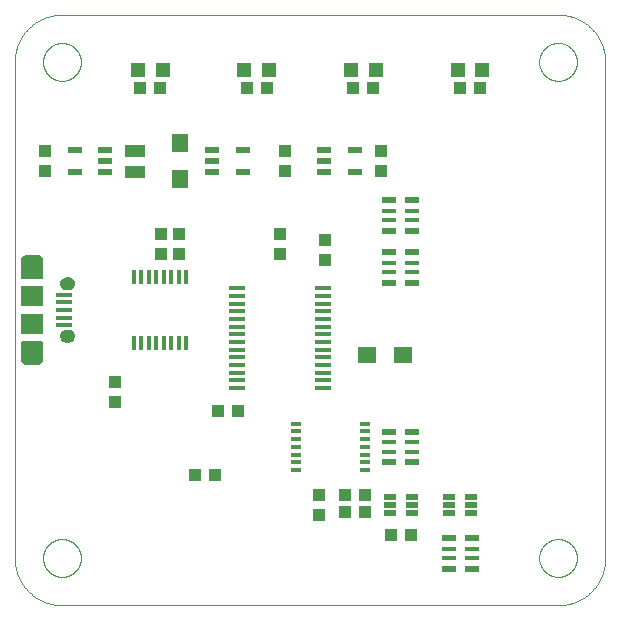
<source format=gtp>
G75*
%MOIN*%
%OFA0B0*%
%FSLAX25Y25*%
%IPPOS*%
%LPD*%
%AMOC8*
5,1,8,0,0,1.08239X$1,22.5*
%
%ADD10R,0.03937X0.04331*%
%ADD11R,0.04724X0.04724*%
%ADD12R,0.04331X0.03937*%
%ADD13R,0.06299X0.05512*%
%ADD14R,0.07008X0.04016*%
%ADD15R,0.05512X0.06299*%
%ADD16R,0.04528X0.01732*%
%ADD17R,0.04528X0.02480*%
%ADD18R,0.05500X0.01370*%
%ADD19R,0.04724X0.02165*%
%ADD20R,0.01260X0.04961*%
%ADD21C,0.00000*%
%ADD22R,0.03543X0.01378*%
%ADD23R,0.03937X0.01850*%
%ADD24R,0.05315X0.01575*%
%ADD25C,0.00600*%
%ADD26R,0.07480X0.07087*%
D10*
X0116197Y0106500D03*
X0122890Y0106500D03*
X0089543Y0130654D03*
X0089543Y0137346D03*
X0104856Y0180029D03*
X0110793Y0180029D03*
X0110793Y0186721D03*
X0104856Y0186721D03*
X0066165Y0207738D03*
X0066165Y0214431D03*
X0097902Y0235516D03*
X0104594Y0235516D03*
X0133433Y0235516D03*
X0140126Y0235516D03*
X0146165Y0214431D03*
X0146165Y0207738D03*
X0159543Y0184846D03*
X0159543Y0178154D03*
X0178043Y0207738D03*
X0178043Y0214431D03*
X0175657Y0235516D03*
X0168965Y0235516D03*
X0204492Y0235516D03*
X0211185Y0235516D03*
X0172890Y0099937D03*
X0166197Y0099937D03*
X0166197Y0094312D03*
X0172890Y0094312D03*
X0157668Y0093154D03*
X0157668Y0099846D03*
D11*
X0168177Y0241500D03*
X0176445Y0241500D03*
X0203705Y0241500D03*
X0211972Y0241500D03*
X0140913Y0241500D03*
X0132646Y0241500D03*
X0105382Y0241500D03*
X0097114Y0241500D03*
D12*
X0144543Y0186721D03*
X0144543Y0180029D03*
X0130390Y0127712D03*
X0123697Y0127712D03*
X0181509Y0086500D03*
X0188202Y0086500D03*
D13*
X0185449Y0146500D03*
X0173638Y0146500D03*
D14*
X0096165Y0207581D03*
X0096165Y0214589D03*
D15*
X0111165Y0216990D03*
X0111165Y0205179D03*
D16*
X0180705Y0194637D03*
X0180705Y0191488D03*
X0188382Y0191488D03*
X0188382Y0194637D03*
X0188382Y0177137D03*
X0188382Y0173988D03*
X0180705Y0173988D03*
X0180705Y0177137D03*
X0180705Y0117450D03*
X0180705Y0114300D03*
X0188382Y0114300D03*
X0188382Y0117450D03*
X0200705Y0081825D03*
X0200705Y0078675D03*
X0208382Y0078675D03*
X0208382Y0081825D03*
D17*
X0208382Y0085348D03*
X0200705Y0085348D03*
X0200705Y0075152D03*
X0208382Y0075152D03*
X0188382Y0110777D03*
X0180705Y0110777D03*
X0180705Y0120973D03*
X0188382Y0120973D03*
X0188382Y0170464D03*
X0180705Y0170464D03*
X0180705Y0180661D03*
X0180705Y0187964D03*
X0188382Y0187964D03*
X0188382Y0180661D03*
X0188382Y0198161D03*
X0180705Y0198161D03*
D18*
X0158937Y0168759D03*
X0158937Y0166200D03*
X0158937Y0163641D03*
X0158937Y0161082D03*
X0158937Y0158523D03*
X0158937Y0155964D03*
X0158937Y0153405D03*
X0158937Y0150845D03*
X0158937Y0148286D03*
X0158937Y0145727D03*
X0158937Y0143168D03*
X0158937Y0140609D03*
X0158937Y0138050D03*
X0158937Y0135491D03*
X0130150Y0135491D03*
X0130150Y0138050D03*
X0130150Y0140609D03*
X0130150Y0143168D03*
X0130150Y0145727D03*
X0130150Y0148286D03*
X0130150Y0150845D03*
X0130150Y0153405D03*
X0130150Y0155964D03*
X0130150Y0158523D03*
X0130150Y0161082D03*
X0130150Y0163641D03*
X0130150Y0166200D03*
X0130150Y0168759D03*
D19*
X0132161Y0207344D03*
X0121925Y0207344D03*
X0121925Y0211085D03*
X0121925Y0214825D03*
X0132161Y0214825D03*
X0159157Y0214825D03*
X0159157Y0211085D03*
X0159157Y0207344D03*
X0169394Y0207344D03*
X0169394Y0214825D03*
X0086283Y0214825D03*
X0086283Y0211085D03*
X0086283Y0207344D03*
X0076047Y0207344D03*
X0076047Y0214825D03*
D20*
X0095791Y0172441D03*
X0098291Y0172441D03*
X0100791Y0172441D03*
X0103291Y0172441D03*
X0105791Y0172441D03*
X0108291Y0172441D03*
X0110791Y0172441D03*
X0113291Y0172441D03*
X0113291Y0150559D03*
X0110791Y0150559D03*
X0108291Y0150559D03*
X0105791Y0150559D03*
X0103291Y0150559D03*
X0100791Y0150559D03*
X0098291Y0150559D03*
X0095791Y0150559D03*
D21*
X0071866Y0063075D02*
X0237220Y0063075D01*
X0230921Y0078823D02*
X0230923Y0078981D01*
X0230929Y0079139D01*
X0230939Y0079297D01*
X0230953Y0079455D01*
X0230971Y0079612D01*
X0230992Y0079769D01*
X0231018Y0079925D01*
X0231048Y0080081D01*
X0231081Y0080236D01*
X0231119Y0080389D01*
X0231160Y0080542D01*
X0231205Y0080694D01*
X0231254Y0080845D01*
X0231307Y0080994D01*
X0231363Y0081142D01*
X0231423Y0081288D01*
X0231487Y0081433D01*
X0231555Y0081576D01*
X0231626Y0081718D01*
X0231700Y0081858D01*
X0231778Y0081995D01*
X0231860Y0082131D01*
X0231944Y0082265D01*
X0232033Y0082396D01*
X0232124Y0082525D01*
X0232219Y0082652D01*
X0232316Y0082777D01*
X0232417Y0082899D01*
X0232521Y0083018D01*
X0232628Y0083135D01*
X0232738Y0083249D01*
X0232851Y0083360D01*
X0232966Y0083469D01*
X0233084Y0083574D01*
X0233205Y0083676D01*
X0233328Y0083776D01*
X0233454Y0083872D01*
X0233582Y0083965D01*
X0233712Y0084055D01*
X0233845Y0084141D01*
X0233980Y0084225D01*
X0234116Y0084304D01*
X0234255Y0084381D01*
X0234396Y0084453D01*
X0234538Y0084523D01*
X0234682Y0084588D01*
X0234828Y0084650D01*
X0234975Y0084708D01*
X0235124Y0084763D01*
X0235274Y0084814D01*
X0235425Y0084861D01*
X0235577Y0084904D01*
X0235730Y0084943D01*
X0235885Y0084979D01*
X0236040Y0085010D01*
X0236196Y0085038D01*
X0236352Y0085062D01*
X0236509Y0085082D01*
X0236667Y0085098D01*
X0236824Y0085110D01*
X0236983Y0085118D01*
X0237141Y0085122D01*
X0237299Y0085122D01*
X0237457Y0085118D01*
X0237616Y0085110D01*
X0237773Y0085098D01*
X0237931Y0085082D01*
X0238088Y0085062D01*
X0238244Y0085038D01*
X0238400Y0085010D01*
X0238555Y0084979D01*
X0238710Y0084943D01*
X0238863Y0084904D01*
X0239015Y0084861D01*
X0239166Y0084814D01*
X0239316Y0084763D01*
X0239465Y0084708D01*
X0239612Y0084650D01*
X0239758Y0084588D01*
X0239902Y0084523D01*
X0240044Y0084453D01*
X0240185Y0084381D01*
X0240324Y0084304D01*
X0240460Y0084225D01*
X0240595Y0084141D01*
X0240728Y0084055D01*
X0240858Y0083965D01*
X0240986Y0083872D01*
X0241112Y0083776D01*
X0241235Y0083676D01*
X0241356Y0083574D01*
X0241474Y0083469D01*
X0241589Y0083360D01*
X0241702Y0083249D01*
X0241812Y0083135D01*
X0241919Y0083018D01*
X0242023Y0082899D01*
X0242124Y0082777D01*
X0242221Y0082652D01*
X0242316Y0082525D01*
X0242407Y0082396D01*
X0242496Y0082265D01*
X0242580Y0082131D01*
X0242662Y0081995D01*
X0242740Y0081858D01*
X0242814Y0081718D01*
X0242885Y0081576D01*
X0242953Y0081433D01*
X0243017Y0081288D01*
X0243077Y0081142D01*
X0243133Y0080994D01*
X0243186Y0080845D01*
X0243235Y0080694D01*
X0243280Y0080542D01*
X0243321Y0080389D01*
X0243359Y0080236D01*
X0243392Y0080081D01*
X0243422Y0079925D01*
X0243448Y0079769D01*
X0243469Y0079612D01*
X0243487Y0079455D01*
X0243501Y0079297D01*
X0243511Y0079139D01*
X0243517Y0078981D01*
X0243519Y0078823D01*
X0243517Y0078665D01*
X0243511Y0078507D01*
X0243501Y0078349D01*
X0243487Y0078191D01*
X0243469Y0078034D01*
X0243448Y0077877D01*
X0243422Y0077721D01*
X0243392Y0077565D01*
X0243359Y0077410D01*
X0243321Y0077257D01*
X0243280Y0077104D01*
X0243235Y0076952D01*
X0243186Y0076801D01*
X0243133Y0076652D01*
X0243077Y0076504D01*
X0243017Y0076358D01*
X0242953Y0076213D01*
X0242885Y0076070D01*
X0242814Y0075928D01*
X0242740Y0075788D01*
X0242662Y0075651D01*
X0242580Y0075515D01*
X0242496Y0075381D01*
X0242407Y0075250D01*
X0242316Y0075121D01*
X0242221Y0074994D01*
X0242124Y0074869D01*
X0242023Y0074747D01*
X0241919Y0074628D01*
X0241812Y0074511D01*
X0241702Y0074397D01*
X0241589Y0074286D01*
X0241474Y0074177D01*
X0241356Y0074072D01*
X0241235Y0073970D01*
X0241112Y0073870D01*
X0240986Y0073774D01*
X0240858Y0073681D01*
X0240728Y0073591D01*
X0240595Y0073505D01*
X0240460Y0073421D01*
X0240324Y0073342D01*
X0240185Y0073265D01*
X0240044Y0073193D01*
X0239902Y0073123D01*
X0239758Y0073058D01*
X0239612Y0072996D01*
X0239465Y0072938D01*
X0239316Y0072883D01*
X0239166Y0072832D01*
X0239015Y0072785D01*
X0238863Y0072742D01*
X0238710Y0072703D01*
X0238555Y0072667D01*
X0238400Y0072636D01*
X0238244Y0072608D01*
X0238088Y0072584D01*
X0237931Y0072564D01*
X0237773Y0072548D01*
X0237616Y0072536D01*
X0237457Y0072528D01*
X0237299Y0072524D01*
X0237141Y0072524D01*
X0236983Y0072528D01*
X0236824Y0072536D01*
X0236667Y0072548D01*
X0236509Y0072564D01*
X0236352Y0072584D01*
X0236196Y0072608D01*
X0236040Y0072636D01*
X0235885Y0072667D01*
X0235730Y0072703D01*
X0235577Y0072742D01*
X0235425Y0072785D01*
X0235274Y0072832D01*
X0235124Y0072883D01*
X0234975Y0072938D01*
X0234828Y0072996D01*
X0234682Y0073058D01*
X0234538Y0073123D01*
X0234396Y0073193D01*
X0234255Y0073265D01*
X0234116Y0073342D01*
X0233980Y0073421D01*
X0233845Y0073505D01*
X0233712Y0073591D01*
X0233582Y0073681D01*
X0233454Y0073774D01*
X0233328Y0073870D01*
X0233205Y0073970D01*
X0233084Y0074072D01*
X0232966Y0074177D01*
X0232851Y0074286D01*
X0232738Y0074397D01*
X0232628Y0074511D01*
X0232521Y0074628D01*
X0232417Y0074747D01*
X0232316Y0074869D01*
X0232219Y0074994D01*
X0232124Y0075121D01*
X0232033Y0075250D01*
X0231944Y0075381D01*
X0231860Y0075515D01*
X0231778Y0075651D01*
X0231700Y0075788D01*
X0231626Y0075928D01*
X0231555Y0076070D01*
X0231487Y0076213D01*
X0231423Y0076358D01*
X0231363Y0076504D01*
X0231307Y0076652D01*
X0231254Y0076801D01*
X0231205Y0076952D01*
X0231160Y0077104D01*
X0231119Y0077257D01*
X0231081Y0077410D01*
X0231048Y0077565D01*
X0231018Y0077721D01*
X0230992Y0077877D01*
X0230971Y0078034D01*
X0230953Y0078191D01*
X0230939Y0078349D01*
X0230929Y0078507D01*
X0230923Y0078665D01*
X0230921Y0078823D01*
X0237220Y0063075D02*
X0237601Y0063080D01*
X0237981Y0063093D01*
X0238361Y0063116D01*
X0238740Y0063149D01*
X0239118Y0063190D01*
X0239495Y0063240D01*
X0239871Y0063300D01*
X0240246Y0063368D01*
X0240618Y0063446D01*
X0240989Y0063533D01*
X0241357Y0063628D01*
X0241723Y0063733D01*
X0242086Y0063846D01*
X0242447Y0063968D01*
X0242804Y0064098D01*
X0243158Y0064238D01*
X0243509Y0064385D01*
X0243856Y0064542D01*
X0244199Y0064706D01*
X0244538Y0064879D01*
X0244873Y0065060D01*
X0245204Y0065249D01*
X0245529Y0065446D01*
X0245850Y0065650D01*
X0246166Y0065863D01*
X0246476Y0066083D01*
X0246782Y0066310D01*
X0247081Y0066545D01*
X0247375Y0066787D01*
X0247663Y0067035D01*
X0247945Y0067291D01*
X0248220Y0067554D01*
X0248489Y0067823D01*
X0248752Y0068098D01*
X0249008Y0068380D01*
X0249256Y0068668D01*
X0249498Y0068962D01*
X0249733Y0069261D01*
X0249960Y0069567D01*
X0250180Y0069877D01*
X0250393Y0070193D01*
X0250597Y0070514D01*
X0250794Y0070839D01*
X0250983Y0071170D01*
X0251164Y0071505D01*
X0251337Y0071844D01*
X0251501Y0072187D01*
X0251658Y0072534D01*
X0251805Y0072885D01*
X0251945Y0073239D01*
X0252075Y0073596D01*
X0252197Y0073957D01*
X0252310Y0074320D01*
X0252415Y0074686D01*
X0252510Y0075054D01*
X0252597Y0075425D01*
X0252675Y0075797D01*
X0252743Y0076172D01*
X0252803Y0076548D01*
X0252853Y0076925D01*
X0252894Y0077303D01*
X0252927Y0077682D01*
X0252950Y0078062D01*
X0252963Y0078442D01*
X0252968Y0078823D01*
X0252969Y0078823D02*
X0252969Y0244177D01*
X0230921Y0244177D02*
X0230923Y0244335D01*
X0230929Y0244493D01*
X0230939Y0244651D01*
X0230953Y0244809D01*
X0230971Y0244966D01*
X0230992Y0245123D01*
X0231018Y0245279D01*
X0231048Y0245435D01*
X0231081Y0245590D01*
X0231119Y0245743D01*
X0231160Y0245896D01*
X0231205Y0246048D01*
X0231254Y0246199D01*
X0231307Y0246348D01*
X0231363Y0246496D01*
X0231423Y0246642D01*
X0231487Y0246787D01*
X0231555Y0246930D01*
X0231626Y0247072D01*
X0231700Y0247212D01*
X0231778Y0247349D01*
X0231860Y0247485D01*
X0231944Y0247619D01*
X0232033Y0247750D01*
X0232124Y0247879D01*
X0232219Y0248006D01*
X0232316Y0248131D01*
X0232417Y0248253D01*
X0232521Y0248372D01*
X0232628Y0248489D01*
X0232738Y0248603D01*
X0232851Y0248714D01*
X0232966Y0248823D01*
X0233084Y0248928D01*
X0233205Y0249030D01*
X0233328Y0249130D01*
X0233454Y0249226D01*
X0233582Y0249319D01*
X0233712Y0249409D01*
X0233845Y0249495D01*
X0233980Y0249579D01*
X0234116Y0249658D01*
X0234255Y0249735D01*
X0234396Y0249807D01*
X0234538Y0249877D01*
X0234682Y0249942D01*
X0234828Y0250004D01*
X0234975Y0250062D01*
X0235124Y0250117D01*
X0235274Y0250168D01*
X0235425Y0250215D01*
X0235577Y0250258D01*
X0235730Y0250297D01*
X0235885Y0250333D01*
X0236040Y0250364D01*
X0236196Y0250392D01*
X0236352Y0250416D01*
X0236509Y0250436D01*
X0236667Y0250452D01*
X0236824Y0250464D01*
X0236983Y0250472D01*
X0237141Y0250476D01*
X0237299Y0250476D01*
X0237457Y0250472D01*
X0237616Y0250464D01*
X0237773Y0250452D01*
X0237931Y0250436D01*
X0238088Y0250416D01*
X0238244Y0250392D01*
X0238400Y0250364D01*
X0238555Y0250333D01*
X0238710Y0250297D01*
X0238863Y0250258D01*
X0239015Y0250215D01*
X0239166Y0250168D01*
X0239316Y0250117D01*
X0239465Y0250062D01*
X0239612Y0250004D01*
X0239758Y0249942D01*
X0239902Y0249877D01*
X0240044Y0249807D01*
X0240185Y0249735D01*
X0240324Y0249658D01*
X0240460Y0249579D01*
X0240595Y0249495D01*
X0240728Y0249409D01*
X0240858Y0249319D01*
X0240986Y0249226D01*
X0241112Y0249130D01*
X0241235Y0249030D01*
X0241356Y0248928D01*
X0241474Y0248823D01*
X0241589Y0248714D01*
X0241702Y0248603D01*
X0241812Y0248489D01*
X0241919Y0248372D01*
X0242023Y0248253D01*
X0242124Y0248131D01*
X0242221Y0248006D01*
X0242316Y0247879D01*
X0242407Y0247750D01*
X0242496Y0247619D01*
X0242580Y0247485D01*
X0242662Y0247349D01*
X0242740Y0247212D01*
X0242814Y0247072D01*
X0242885Y0246930D01*
X0242953Y0246787D01*
X0243017Y0246642D01*
X0243077Y0246496D01*
X0243133Y0246348D01*
X0243186Y0246199D01*
X0243235Y0246048D01*
X0243280Y0245896D01*
X0243321Y0245743D01*
X0243359Y0245590D01*
X0243392Y0245435D01*
X0243422Y0245279D01*
X0243448Y0245123D01*
X0243469Y0244966D01*
X0243487Y0244809D01*
X0243501Y0244651D01*
X0243511Y0244493D01*
X0243517Y0244335D01*
X0243519Y0244177D01*
X0243517Y0244019D01*
X0243511Y0243861D01*
X0243501Y0243703D01*
X0243487Y0243545D01*
X0243469Y0243388D01*
X0243448Y0243231D01*
X0243422Y0243075D01*
X0243392Y0242919D01*
X0243359Y0242764D01*
X0243321Y0242611D01*
X0243280Y0242458D01*
X0243235Y0242306D01*
X0243186Y0242155D01*
X0243133Y0242006D01*
X0243077Y0241858D01*
X0243017Y0241712D01*
X0242953Y0241567D01*
X0242885Y0241424D01*
X0242814Y0241282D01*
X0242740Y0241142D01*
X0242662Y0241005D01*
X0242580Y0240869D01*
X0242496Y0240735D01*
X0242407Y0240604D01*
X0242316Y0240475D01*
X0242221Y0240348D01*
X0242124Y0240223D01*
X0242023Y0240101D01*
X0241919Y0239982D01*
X0241812Y0239865D01*
X0241702Y0239751D01*
X0241589Y0239640D01*
X0241474Y0239531D01*
X0241356Y0239426D01*
X0241235Y0239324D01*
X0241112Y0239224D01*
X0240986Y0239128D01*
X0240858Y0239035D01*
X0240728Y0238945D01*
X0240595Y0238859D01*
X0240460Y0238775D01*
X0240324Y0238696D01*
X0240185Y0238619D01*
X0240044Y0238547D01*
X0239902Y0238477D01*
X0239758Y0238412D01*
X0239612Y0238350D01*
X0239465Y0238292D01*
X0239316Y0238237D01*
X0239166Y0238186D01*
X0239015Y0238139D01*
X0238863Y0238096D01*
X0238710Y0238057D01*
X0238555Y0238021D01*
X0238400Y0237990D01*
X0238244Y0237962D01*
X0238088Y0237938D01*
X0237931Y0237918D01*
X0237773Y0237902D01*
X0237616Y0237890D01*
X0237457Y0237882D01*
X0237299Y0237878D01*
X0237141Y0237878D01*
X0236983Y0237882D01*
X0236824Y0237890D01*
X0236667Y0237902D01*
X0236509Y0237918D01*
X0236352Y0237938D01*
X0236196Y0237962D01*
X0236040Y0237990D01*
X0235885Y0238021D01*
X0235730Y0238057D01*
X0235577Y0238096D01*
X0235425Y0238139D01*
X0235274Y0238186D01*
X0235124Y0238237D01*
X0234975Y0238292D01*
X0234828Y0238350D01*
X0234682Y0238412D01*
X0234538Y0238477D01*
X0234396Y0238547D01*
X0234255Y0238619D01*
X0234116Y0238696D01*
X0233980Y0238775D01*
X0233845Y0238859D01*
X0233712Y0238945D01*
X0233582Y0239035D01*
X0233454Y0239128D01*
X0233328Y0239224D01*
X0233205Y0239324D01*
X0233084Y0239426D01*
X0232966Y0239531D01*
X0232851Y0239640D01*
X0232738Y0239751D01*
X0232628Y0239865D01*
X0232521Y0239982D01*
X0232417Y0240101D01*
X0232316Y0240223D01*
X0232219Y0240348D01*
X0232124Y0240475D01*
X0232033Y0240604D01*
X0231944Y0240735D01*
X0231860Y0240869D01*
X0231778Y0241005D01*
X0231700Y0241142D01*
X0231626Y0241282D01*
X0231555Y0241424D01*
X0231487Y0241567D01*
X0231423Y0241712D01*
X0231363Y0241858D01*
X0231307Y0242006D01*
X0231254Y0242155D01*
X0231205Y0242306D01*
X0231160Y0242458D01*
X0231119Y0242611D01*
X0231081Y0242764D01*
X0231048Y0242919D01*
X0231018Y0243075D01*
X0230992Y0243231D01*
X0230971Y0243388D01*
X0230953Y0243545D01*
X0230939Y0243703D01*
X0230929Y0243861D01*
X0230923Y0244019D01*
X0230921Y0244177D01*
X0237220Y0259925D02*
X0237601Y0259920D01*
X0237981Y0259907D01*
X0238361Y0259884D01*
X0238740Y0259851D01*
X0239118Y0259810D01*
X0239495Y0259760D01*
X0239871Y0259700D01*
X0240246Y0259632D01*
X0240618Y0259554D01*
X0240989Y0259467D01*
X0241357Y0259372D01*
X0241723Y0259267D01*
X0242086Y0259154D01*
X0242447Y0259032D01*
X0242804Y0258902D01*
X0243158Y0258762D01*
X0243509Y0258615D01*
X0243856Y0258458D01*
X0244199Y0258294D01*
X0244538Y0258121D01*
X0244873Y0257940D01*
X0245204Y0257751D01*
X0245529Y0257554D01*
X0245850Y0257350D01*
X0246166Y0257137D01*
X0246476Y0256917D01*
X0246782Y0256690D01*
X0247081Y0256455D01*
X0247375Y0256213D01*
X0247663Y0255965D01*
X0247945Y0255709D01*
X0248220Y0255446D01*
X0248489Y0255177D01*
X0248752Y0254902D01*
X0249008Y0254620D01*
X0249256Y0254332D01*
X0249498Y0254038D01*
X0249733Y0253739D01*
X0249960Y0253433D01*
X0250180Y0253123D01*
X0250393Y0252807D01*
X0250597Y0252486D01*
X0250794Y0252161D01*
X0250983Y0251830D01*
X0251164Y0251495D01*
X0251337Y0251156D01*
X0251501Y0250813D01*
X0251658Y0250466D01*
X0251805Y0250115D01*
X0251945Y0249761D01*
X0252075Y0249404D01*
X0252197Y0249043D01*
X0252310Y0248680D01*
X0252415Y0248314D01*
X0252510Y0247946D01*
X0252597Y0247575D01*
X0252675Y0247203D01*
X0252743Y0246828D01*
X0252803Y0246452D01*
X0252853Y0246075D01*
X0252894Y0245697D01*
X0252927Y0245318D01*
X0252950Y0244938D01*
X0252963Y0244558D01*
X0252968Y0244177D01*
X0237220Y0259925D02*
X0071866Y0259925D01*
X0065567Y0244177D02*
X0065569Y0244335D01*
X0065575Y0244493D01*
X0065585Y0244651D01*
X0065599Y0244809D01*
X0065617Y0244966D01*
X0065638Y0245123D01*
X0065664Y0245279D01*
X0065694Y0245435D01*
X0065727Y0245590D01*
X0065765Y0245743D01*
X0065806Y0245896D01*
X0065851Y0246048D01*
X0065900Y0246199D01*
X0065953Y0246348D01*
X0066009Y0246496D01*
X0066069Y0246642D01*
X0066133Y0246787D01*
X0066201Y0246930D01*
X0066272Y0247072D01*
X0066346Y0247212D01*
X0066424Y0247349D01*
X0066506Y0247485D01*
X0066590Y0247619D01*
X0066679Y0247750D01*
X0066770Y0247879D01*
X0066865Y0248006D01*
X0066962Y0248131D01*
X0067063Y0248253D01*
X0067167Y0248372D01*
X0067274Y0248489D01*
X0067384Y0248603D01*
X0067497Y0248714D01*
X0067612Y0248823D01*
X0067730Y0248928D01*
X0067851Y0249030D01*
X0067974Y0249130D01*
X0068100Y0249226D01*
X0068228Y0249319D01*
X0068358Y0249409D01*
X0068491Y0249495D01*
X0068626Y0249579D01*
X0068762Y0249658D01*
X0068901Y0249735D01*
X0069042Y0249807D01*
X0069184Y0249877D01*
X0069328Y0249942D01*
X0069474Y0250004D01*
X0069621Y0250062D01*
X0069770Y0250117D01*
X0069920Y0250168D01*
X0070071Y0250215D01*
X0070223Y0250258D01*
X0070376Y0250297D01*
X0070531Y0250333D01*
X0070686Y0250364D01*
X0070842Y0250392D01*
X0070998Y0250416D01*
X0071155Y0250436D01*
X0071313Y0250452D01*
X0071470Y0250464D01*
X0071629Y0250472D01*
X0071787Y0250476D01*
X0071945Y0250476D01*
X0072103Y0250472D01*
X0072262Y0250464D01*
X0072419Y0250452D01*
X0072577Y0250436D01*
X0072734Y0250416D01*
X0072890Y0250392D01*
X0073046Y0250364D01*
X0073201Y0250333D01*
X0073356Y0250297D01*
X0073509Y0250258D01*
X0073661Y0250215D01*
X0073812Y0250168D01*
X0073962Y0250117D01*
X0074111Y0250062D01*
X0074258Y0250004D01*
X0074404Y0249942D01*
X0074548Y0249877D01*
X0074690Y0249807D01*
X0074831Y0249735D01*
X0074970Y0249658D01*
X0075106Y0249579D01*
X0075241Y0249495D01*
X0075374Y0249409D01*
X0075504Y0249319D01*
X0075632Y0249226D01*
X0075758Y0249130D01*
X0075881Y0249030D01*
X0076002Y0248928D01*
X0076120Y0248823D01*
X0076235Y0248714D01*
X0076348Y0248603D01*
X0076458Y0248489D01*
X0076565Y0248372D01*
X0076669Y0248253D01*
X0076770Y0248131D01*
X0076867Y0248006D01*
X0076962Y0247879D01*
X0077053Y0247750D01*
X0077142Y0247619D01*
X0077226Y0247485D01*
X0077308Y0247349D01*
X0077386Y0247212D01*
X0077460Y0247072D01*
X0077531Y0246930D01*
X0077599Y0246787D01*
X0077663Y0246642D01*
X0077723Y0246496D01*
X0077779Y0246348D01*
X0077832Y0246199D01*
X0077881Y0246048D01*
X0077926Y0245896D01*
X0077967Y0245743D01*
X0078005Y0245590D01*
X0078038Y0245435D01*
X0078068Y0245279D01*
X0078094Y0245123D01*
X0078115Y0244966D01*
X0078133Y0244809D01*
X0078147Y0244651D01*
X0078157Y0244493D01*
X0078163Y0244335D01*
X0078165Y0244177D01*
X0078163Y0244019D01*
X0078157Y0243861D01*
X0078147Y0243703D01*
X0078133Y0243545D01*
X0078115Y0243388D01*
X0078094Y0243231D01*
X0078068Y0243075D01*
X0078038Y0242919D01*
X0078005Y0242764D01*
X0077967Y0242611D01*
X0077926Y0242458D01*
X0077881Y0242306D01*
X0077832Y0242155D01*
X0077779Y0242006D01*
X0077723Y0241858D01*
X0077663Y0241712D01*
X0077599Y0241567D01*
X0077531Y0241424D01*
X0077460Y0241282D01*
X0077386Y0241142D01*
X0077308Y0241005D01*
X0077226Y0240869D01*
X0077142Y0240735D01*
X0077053Y0240604D01*
X0076962Y0240475D01*
X0076867Y0240348D01*
X0076770Y0240223D01*
X0076669Y0240101D01*
X0076565Y0239982D01*
X0076458Y0239865D01*
X0076348Y0239751D01*
X0076235Y0239640D01*
X0076120Y0239531D01*
X0076002Y0239426D01*
X0075881Y0239324D01*
X0075758Y0239224D01*
X0075632Y0239128D01*
X0075504Y0239035D01*
X0075374Y0238945D01*
X0075241Y0238859D01*
X0075106Y0238775D01*
X0074970Y0238696D01*
X0074831Y0238619D01*
X0074690Y0238547D01*
X0074548Y0238477D01*
X0074404Y0238412D01*
X0074258Y0238350D01*
X0074111Y0238292D01*
X0073962Y0238237D01*
X0073812Y0238186D01*
X0073661Y0238139D01*
X0073509Y0238096D01*
X0073356Y0238057D01*
X0073201Y0238021D01*
X0073046Y0237990D01*
X0072890Y0237962D01*
X0072734Y0237938D01*
X0072577Y0237918D01*
X0072419Y0237902D01*
X0072262Y0237890D01*
X0072103Y0237882D01*
X0071945Y0237878D01*
X0071787Y0237878D01*
X0071629Y0237882D01*
X0071470Y0237890D01*
X0071313Y0237902D01*
X0071155Y0237918D01*
X0070998Y0237938D01*
X0070842Y0237962D01*
X0070686Y0237990D01*
X0070531Y0238021D01*
X0070376Y0238057D01*
X0070223Y0238096D01*
X0070071Y0238139D01*
X0069920Y0238186D01*
X0069770Y0238237D01*
X0069621Y0238292D01*
X0069474Y0238350D01*
X0069328Y0238412D01*
X0069184Y0238477D01*
X0069042Y0238547D01*
X0068901Y0238619D01*
X0068762Y0238696D01*
X0068626Y0238775D01*
X0068491Y0238859D01*
X0068358Y0238945D01*
X0068228Y0239035D01*
X0068100Y0239128D01*
X0067974Y0239224D01*
X0067851Y0239324D01*
X0067730Y0239426D01*
X0067612Y0239531D01*
X0067497Y0239640D01*
X0067384Y0239751D01*
X0067274Y0239865D01*
X0067167Y0239982D01*
X0067063Y0240101D01*
X0066962Y0240223D01*
X0066865Y0240348D01*
X0066770Y0240475D01*
X0066679Y0240604D01*
X0066590Y0240735D01*
X0066506Y0240869D01*
X0066424Y0241005D01*
X0066346Y0241142D01*
X0066272Y0241282D01*
X0066201Y0241424D01*
X0066133Y0241567D01*
X0066069Y0241712D01*
X0066009Y0241858D01*
X0065953Y0242006D01*
X0065900Y0242155D01*
X0065851Y0242306D01*
X0065806Y0242458D01*
X0065765Y0242611D01*
X0065727Y0242764D01*
X0065694Y0242919D01*
X0065664Y0243075D01*
X0065638Y0243231D01*
X0065617Y0243388D01*
X0065599Y0243545D01*
X0065585Y0243703D01*
X0065575Y0243861D01*
X0065569Y0244019D01*
X0065567Y0244177D01*
X0056118Y0244177D02*
X0056123Y0244558D01*
X0056136Y0244938D01*
X0056159Y0245318D01*
X0056192Y0245697D01*
X0056233Y0246075D01*
X0056283Y0246452D01*
X0056343Y0246828D01*
X0056411Y0247203D01*
X0056489Y0247575D01*
X0056576Y0247946D01*
X0056671Y0248314D01*
X0056776Y0248680D01*
X0056889Y0249043D01*
X0057011Y0249404D01*
X0057141Y0249761D01*
X0057281Y0250115D01*
X0057428Y0250466D01*
X0057585Y0250813D01*
X0057749Y0251156D01*
X0057922Y0251495D01*
X0058103Y0251830D01*
X0058292Y0252161D01*
X0058489Y0252486D01*
X0058693Y0252807D01*
X0058906Y0253123D01*
X0059126Y0253433D01*
X0059353Y0253739D01*
X0059588Y0254038D01*
X0059830Y0254332D01*
X0060078Y0254620D01*
X0060334Y0254902D01*
X0060597Y0255177D01*
X0060866Y0255446D01*
X0061141Y0255709D01*
X0061423Y0255965D01*
X0061711Y0256213D01*
X0062005Y0256455D01*
X0062304Y0256690D01*
X0062610Y0256917D01*
X0062920Y0257137D01*
X0063236Y0257350D01*
X0063557Y0257554D01*
X0063882Y0257751D01*
X0064213Y0257940D01*
X0064548Y0258121D01*
X0064887Y0258294D01*
X0065230Y0258458D01*
X0065577Y0258615D01*
X0065928Y0258762D01*
X0066282Y0258902D01*
X0066639Y0259032D01*
X0067000Y0259154D01*
X0067363Y0259267D01*
X0067729Y0259372D01*
X0068097Y0259467D01*
X0068468Y0259554D01*
X0068840Y0259632D01*
X0069215Y0259700D01*
X0069591Y0259760D01*
X0069968Y0259810D01*
X0070346Y0259851D01*
X0070725Y0259884D01*
X0071105Y0259907D01*
X0071485Y0259920D01*
X0071866Y0259925D01*
X0056118Y0244177D02*
X0056118Y0078823D01*
X0065567Y0078823D02*
X0065569Y0078981D01*
X0065575Y0079139D01*
X0065585Y0079297D01*
X0065599Y0079455D01*
X0065617Y0079612D01*
X0065638Y0079769D01*
X0065664Y0079925D01*
X0065694Y0080081D01*
X0065727Y0080236D01*
X0065765Y0080389D01*
X0065806Y0080542D01*
X0065851Y0080694D01*
X0065900Y0080845D01*
X0065953Y0080994D01*
X0066009Y0081142D01*
X0066069Y0081288D01*
X0066133Y0081433D01*
X0066201Y0081576D01*
X0066272Y0081718D01*
X0066346Y0081858D01*
X0066424Y0081995D01*
X0066506Y0082131D01*
X0066590Y0082265D01*
X0066679Y0082396D01*
X0066770Y0082525D01*
X0066865Y0082652D01*
X0066962Y0082777D01*
X0067063Y0082899D01*
X0067167Y0083018D01*
X0067274Y0083135D01*
X0067384Y0083249D01*
X0067497Y0083360D01*
X0067612Y0083469D01*
X0067730Y0083574D01*
X0067851Y0083676D01*
X0067974Y0083776D01*
X0068100Y0083872D01*
X0068228Y0083965D01*
X0068358Y0084055D01*
X0068491Y0084141D01*
X0068626Y0084225D01*
X0068762Y0084304D01*
X0068901Y0084381D01*
X0069042Y0084453D01*
X0069184Y0084523D01*
X0069328Y0084588D01*
X0069474Y0084650D01*
X0069621Y0084708D01*
X0069770Y0084763D01*
X0069920Y0084814D01*
X0070071Y0084861D01*
X0070223Y0084904D01*
X0070376Y0084943D01*
X0070531Y0084979D01*
X0070686Y0085010D01*
X0070842Y0085038D01*
X0070998Y0085062D01*
X0071155Y0085082D01*
X0071313Y0085098D01*
X0071470Y0085110D01*
X0071629Y0085118D01*
X0071787Y0085122D01*
X0071945Y0085122D01*
X0072103Y0085118D01*
X0072262Y0085110D01*
X0072419Y0085098D01*
X0072577Y0085082D01*
X0072734Y0085062D01*
X0072890Y0085038D01*
X0073046Y0085010D01*
X0073201Y0084979D01*
X0073356Y0084943D01*
X0073509Y0084904D01*
X0073661Y0084861D01*
X0073812Y0084814D01*
X0073962Y0084763D01*
X0074111Y0084708D01*
X0074258Y0084650D01*
X0074404Y0084588D01*
X0074548Y0084523D01*
X0074690Y0084453D01*
X0074831Y0084381D01*
X0074970Y0084304D01*
X0075106Y0084225D01*
X0075241Y0084141D01*
X0075374Y0084055D01*
X0075504Y0083965D01*
X0075632Y0083872D01*
X0075758Y0083776D01*
X0075881Y0083676D01*
X0076002Y0083574D01*
X0076120Y0083469D01*
X0076235Y0083360D01*
X0076348Y0083249D01*
X0076458Y0083135D01*
X0076565Y0083018D01*
X0076669Y0082899D01*
X0076770Y0082777D01*
X0076867Y0082652D01*
X0076962Y0082525D01*
X0077053Y0082396D01*
X0077142Y0082265D01*
X0077226Y0082131D01*
X0077308Y0081995D01*
X0077386Y0081858D01*
X0077460Y0081718D01*
X0077531Y0081576D01*
X0077599Y0081433D01*
X0077663Y0081288D01*
X0077723Y0081142D01*
X0077779Y0080994D01*
X0077832Y0080845D01*
X0077881Y0080694D01*
X0077926Y0080542D01*
X0077967Y0080389D01*
X0078005Y0080236D01*
X0078038Y0080081D01*
X0078068Y0079925D01*
X0078094Y0079769D01*
X0078115Y0079612D01*
X0078133Y0079455D01*
X0078147Y0079297D01*
X0078157Y0079139D01*
X0078163Y0078981D01*
X0078165Y0078823D01*
X0078163Y0078665D01*
X0078157Y0078507D01*
X0078147Y0078349D01*
X0078133Y0078191D01*
X0078115Y0078034D01*
X0078094Y0077877D01*
X0078068Y0077721D01*
X0078038Y0077565D01*
X0078005Y0077410D01*
X0077967Y0077257D01*
X0077926Y0077104D01*
X0077881Y0076952D01*
X0077832Y0076801D01*
X0077779Y0076652D01*
X0077723Y0076504D01*
X0077663Y0076358D01*
X0077599Y0076213D01*
X0077531Y0076070D01*
X0077460Y0075928D01*
X0077386Y0075788D01*
X0077308Y0075651D01*
X0077226Y0075515D01*
X0077142Y0075381D01*
X0077053Y0075250D01*
X0076962Y0075121D01*
X0076867Y0074994D01*
X0076770Y0074869D01*
X0076669Y0074747D01*
X0076565Y0074628D01*
X0076458Y0074511D01*
X0076348Y0074397D01*
X0076235Y0074286D01*
X0076120Y0074177D01*
X0076002Y0074072D01*
X0075881Y0073970D01*
X0075758Y0073870D01*
X0075632Y0073774D01*
X0075504Y0073681D01*
X0075374Y0073591D01*
X0075241Y0073505D01*
X0075106Y0073421D01*
X0074970Y0073342D01*
X0074831Y0073265D01*
X0074690Y0073193D01*
X0074548Y0073123D01*
X0074404Y0073058D01*
X0074258Y0072996D01*
X0074111Y0072938D01*
X0073962Y0072883D01*
X0073812Y0072832D01*
X0073661Y0072785D01*
X0073509Y0072742D01*
X0073356Y0072703D01*
X0073201Y0072667D01*
X0073046Y0072636D01*
X0072890Y0072608D01*
X0072734Y0072584D01*
X0072577Y0072564D01*
X0072419Y0072548D01*
X0072262Y0072536D01*
X0072103Y0072528D01*
X0071945Y0072524D01*
X0071787Y0072524D01*
X0071629Y0072528D01*
X0071470Y0072536D01*
X0071313Y0072548D01*
X0071155Y0072564D01*
X0070998Y0072584D01*
X0070842Y0072608D01*
X0070686Y0072636D01*
X0070531Y0072667D01*
X0070376Y0072703D01*
X0070223Y0072742D01*
X0070071Y0072785D01*
X0069920Y0072832D01*
X0069770Y0072883D01*
X0069621Y0072938D01*
X0069474Y0072996D01*
X0069328Y0073058D01*
X0069184Y0073123D01*
X0069042Y0073193D01*
X0068901Y0073265D01*
X0068762Y0073342D01*
X0068626Y0073421D01*
X0068491Y0073505D01*
X0068358Y0073591D01*
X0068228Y0073681D01*
X0068100Y0073774D01*
X0067974Y0073870D01*
X0067851Y0073970D01*
X0067730Y0074072D01*
X0067612Y0074177D01*
X0067497Y0074286D01*
X0067384Y0074397D01*
X0067274Y0074511D01*
X0067167Y0074628D01*
X0067063Y0074747D01*
X0066962Y0074869D01*
X0066865Y0074994D01*
X0066770Y0075121D01*
X0066679Y0075250D01*
X0066590Y0075381D01*
X0066506Y0075515D01*
X0066424Y0075651D01*
X0066346Y0075788D01*
X0066272Y0075928D01*
X0066201Y0076070D01*
X0066133Y0076213D01*
X0066069Y0076358D01*
X0066009Y0076504D01*
X0065953Y0076652D01*
X0065900Y0076801D01*
X0065851Y0076952D01*
X0065806Y0077104D01*
X0065765Y0077257D01*
X0065727Y0077410D01*
X0065694Y0077565D01*
X0065664Y0077721D01*
X0065638Y0077877D01*
X0065617Y0078034D01*
X0065599Y0078191D01*
X0065585Y0078349D01*
X0065575Y0078507D01*
X0065569Y0078665D01*
X0065567Y0078823D01*
X0056118Y0078823D02*
X0056123Y0078442D01*
X0056136Y0078062D01*
X0056159Y0077682D01*
X0056192Y0077303D01*
X0056233Y0076925D01*
X0056283Y0076548D01*
X0056343Y0076172D01*
X0056411Y0075797D01*
X0056489Y0075425D01*
X0056576Y0075054D01*
X0056671Y0074686D01*
X0056776Y0074320D01*
X0056889Y0073957D01*
X0057011Y0073596D01*
X0057141Y0073239D01*
X0057281Y0072885D01*
X0057428Y0072534D01*
X0057585Y0072187D01*
X0057749Y0071844D01*
X0057922Y0071505D01*
X0058103Y0071170D01*
X0058292Y0070839D01*
X0058489Y0070514D01*
X0058693Y0070193D01*
X0058906Y0069877D01*
X0059126Y0069567D01*
X0059353Y0069261D01*
X0059588Y0068962D01*
X0059830Y0068668D01*
X0060078Y0068380D01*
X0060334Y0068098D01*
X0060597Y0067823D01*
X0060866Y0067554D01*
X0061141Y0067291D01*
X0061423Y0067035D01*
X0061711Y0066787D01*
X0062005Y0066545D01*
X0062304Y0066310D01*
X0062610Y0066083D01*
X0062920Y0065863D01*
X0063236Y0065650D01*
X0063557Y0065446D01*
X0063882Y0065249D01*
X0064213Y0065060D01*
X0064548Y0064879D01*
X0064887Y0064706D01*
X0065230Y0064542D01*
X0065577Y0064385D01*
X0065928Y0064238D01*
X0066282Y0064098D01*
X0066639Y0063968D01*
X0067000Y0063846D01*
X0067363Y0063733D01*
X0067729Y0063628D01*
X0068097Y0063533D01*
X0068468Y0063446D01*
X0068840Y0063368D01*
X0069215Y0063300D01*
X0069591Y0063240D01*
X0069968Y0063190D01*
X0070346Y0063149D01*
X0070725Y0063116D01*
X0071105Y0063093D01*
X0071485Y0063080D01*
X0071866Y0063075D01*
X0063252Y0143882D02*
X0060496Y0143882D01*
X0060429Y0143884D01*
X0060361Y0143890D01*
X0060295Y0143899D01*
X0060229Y0143913D01*
X0060163Y0143930D01*
X0060099Y0143951D01*
X0060036Y0143975D01*
X0059975Y0144003D01*
X0059915Y0144035D01*
X0059858Y0144069D01*
X0059802Y0144108D01*
X0059748Y0144149D01*
X0059697Y0144193D01*
X0059649Y0144240D01*
X0059603Y0144290D01*
X0059561Y0144342D01*
X0059521Y0144396D01*
X0059485Y0144453D01*
X0059451Y0144512D01*
X0059422Y0144572D01*
X0059395Y0144635D01*
X0059373Y0144698D01*
X0059354Y0144763D01*
X0059339Y0144828D01*
X0059327Y0144895D01*
X0059319Y0144962D01*
X0059315Y0145029D01*
X0059315Y0145097D01*
X0059319Y0145164D01*
X0059327Y0145231D01*
X0059339Y0145298D01*
X0059354Y0145363D01*
X0059373Y0145428D01*
X0059395Y0145491D01*
X0059422Y0145554D01*
X0059451Y0145614D01*
X0059485Y0145673D01*
X0059521Y0145730D01*
X0059561Y0145784D01*
X0059603Y0145836D01*
X0059649Y0145886D01*
X0059697Y0145933D01*
X0059748Y0145977D01*
X0059802Y0146018D01*
X0059858Y0146057D01*
X0059915Y0146091D01*
X0059975Y0146123D01*
X0060036Y0146151D01*
X0060099Y0146175D01*
X0060163Y0146196D01*
X0060229Y0146213D01*
X0060295Y0146227D01*
X0060361Y0146236D01*
X0060429Y0146242D01*
X0060496Y0146244D01*
X0063252Y0146244D01*
X0063319Y0146242D01*
X0063387Y0146236D01*
X0063453Y0146227D01*
X0063519Y0146213D01*
X0063585Y0146196D01*
X0063649Y0146175D01*
X0063712Y0146151D01*
X0063773Y0146123D01*
X0063833Y0146091D01*
X0063890Y0146057D01*
X0063946Y0146018D01*
X0064000Y0145977D01*
X0064051Y0145933D01*
X0064099Y0145886D01*
X0064145Y0145836D01*
X0064187Y0145784D01*
X0064227Y0145730D01*
X0064263Y0145673D01*
X0064297Y0145614D01*
X0064326Y0145554D01*
X0064353Y0145491D01*
X0064375Y0145428D01*
X0064394Y0145363D01*
X0064409Y0145298D01*
X0064421Y0145231D01*
X0064429Y0145164D01*
X0064433Y0145097D01*
X0064433Y0145029D01*
X0064429Y0144962D01*
X0064421Y0144895D01*
X0064409Y0144828D01*
X0064394Y0144763D01*
X0064375Y0144698D01*
X0064353Y0144635D01*
X0064326Y0144572D01*
X0064297Y0144512D01*
X0064263Y0144453D01*
X0064227Y0144396D01*
X0064187Y0144342D01*
X0064145Y0144290D01*
X0064099Y0144240D01*
X0064051Y0144193D01*
X0064000Y0144149D01*
X0063946Y0144108D01*
X0063890Y0144069D01*
X0063833Y0144035D01*
X0063773Y0144003D01*
X0063712Y0143975D01*
X0063649Y0143951D01*
X0063585Y0143930D01*
X0063519Y0143913D01*
X0063453Y0143899D01*
X0063387Y0143890D01*
X0063319Y0143884D01*
X0063252Y0143882D01*
X0073291Y0151461D02*
X0074079Y0151461D01*
X0074079Y0151460D02*
X0074150Y0151462D01*
X0074220Y0151468D01*
X0074290Y0151477D01*
X0074359Y0151491D01*
X0074427Y0151508D01*
X0074495Y0151529D01*
X0074561Y0151554D01*
X0074625Y0151582D01*
X0074688Y0151614D01*
X0074749Y0151650D01*
X0074808Y0151688D01*
X0074865Y0151730D01*
X0074920Y0151775D01*
X0074972Y0151823D01*
X0075021Y0151873D01*
X0075067Y0151926D01*
X0075110Y0151982D01*
X0075151Y0152040D01*
X0075188Y0152100D01*
X0075221Y0152162D01*
X0075251Y0152226D01*
X0075278Y0152291D01*
X0075301Y0152358D01*
X0075320Y0152426D01*
X0075335Y0152495D01*
X0075347Y0152564D01*
X0075355Y0152634D01*
X0075359Y0152705D01*
X0075359Y0152775D01*
X0075355Y0152846D01*
X0075347Y0152916D01*
X0075335Y0152985D01*
X0075320Y0153054D01*
X0075301Y0153122D01*
X0075278Y0153189D01*
X0075251Y0153254D01*
X0075221Y0153318D01*
X0075188Y0153380D01*
X0075151Y0153440D01*
X0075110Y0153498D01*
X0075067Y0153554D01*
X0075021Y0153607D01*
X0074972Y0153657D01*
X0074920Y0153705D01*
X0074865Y0153750D01*
X0074808Y0153792D01*
X0074749Y0153830D01*
X0074688Y0153866D01*
X0074625Y0153898D01*
X0074561Y0153926D01*
X0074495Y0153951D01*
X0074427Y0153972D01*
X0074359Y0153989D01*
X0074290Y0154003D01*
X0074220Y0154012D01*
X0074150Y0154018D01*
X0074079Y0154020D01*
X0073291Y0154020D01*
X0073220Y0154018D01*
X0073150Y0154012D01*
X0073080Y0154003D01*
X0073011Y0153989D01*
X0072943Y0153972D01*
X0072875Y0153951D01*
X0072809Y0153926D01*
X0072745Y0153898D01*
X0072682Y0153866D01*
X0072621Y0153830D01*
X0072562Y0153792D01*
X0072505Y0153750D01*
X0072450Y0153705D01*
X0072398Y0153657D01*
X0072349Y0153607D01*
X0072303Y0153554D01*
X0072260Y0153498D01*
X0072219Y0153440D01*
X0072182Y0153380D01*
X0072149Y0153318D01*
X0072119Y0153254D01*
X0072092Y0153189D01*
X0072069Y0153122D01*
X0072050Y0153054D01*
X0072035Y0152985D01*
X0072023Y0152916D01*
X0072015Y0152846D01*
X0072011Y0152775D01*
X0072011Y0152705D01*
X0072015Y0152634D01*
X0072023Y0152564D01*
X0072035Y0152495D01*
X0072050Y0152426D01*
X0072069Y0152358D01*
X0072092Y0152291D01*
X0072119Y0152226D01*
X0072149Y0152162D01*
X0072182Y0152100D01*
X0072219Y0152040D01*
X0072260Y0151982D01*
X0072303Y0151926D01*
X0072349Y0151873D01*
X0072398Y0151823D01*
X0072450Y0151775D01*
X0072505Y0151730D01*
X0072562Y0151688D01*
X0072621Y0151650D01*
X0072682Y0151614D01*
X0072745Y0151582D01*
X0072809Y0151554D01*
X0072875Y0151529D01*
X0072943Y0151508D01*
X0073011Y0151491D01*
X0073080Y0151477D01*
X0073150Y0151468D01*
X0073220Y0151462D01*
X0073291Y0151460D01*
X0073291Y0168980D02*
X0074079Y0168980D01*
X0074150Y0168982D01*
X0074220Y0168988D01*
X0074290Y0168997D01*
X0074359Y0169011D01*
X0074427Y0169028D01*
X0074495Y0169049D01*
X0074561Y0169074D01*
X0074625Y0169102D01*
X0074688Y0169134D01*
X0074749Y0169170D01*
X0074808Y0169208D01*
X0074865Y0169250D01*
X0074920Y0169295D01*
X0074972Y0169343D01*
X0075021Y0169393D01*
X0075067Y0169446D01*
X0075110Y0169502D01*
X0075151Y0169560D01*
X0075188Y0169620D01*
X0075221Y0169682D01*
X0075251Y0169746D01*
X0075278Y0169811D01*
X0075301Y0169878D01*
X0075320Y0169946D01*
X0075335Y0170015D01*
X0075347Y0170084D01*
X0075355Y0170154D01*
X0075359Y0170225D01*
X0075359Y0170295D01*
X0075355Y0170366D01*
X0075347Y0170436D01*
X0075335Y0170505D01*
X0075320Y0170574D01*
X0075301Y0170642D01*
X0075278Y0170709D01*
X0075251Y0170774D01*
X0075221Y0170838D01*
X0075188Y0170900D01*
X0075151Y0170960D01*
X0075110Y0171018D01*
X0075067Y0171074D01*
X0075021Y0171127D01*
X0074972Y0171177D01*
X0074920Y0171225D01*
X0074865Y0171270D01*
X0074808Y0171312D01*
X0074749Y0171350D01*
X0074688Y0171386D01*
X0074625Y0171418D01*
X0074561Y0171446D01*
X0074495Y0171471D01*
X0074427Y0171492D01*
X0074359Y0171509D01*
X0074290Y0171523D01*
X0074220Y0171532D01*
X0074150Y0171538D01*
X0074079Y0171540D01*
X0074079Y0171539D02*
X0073291Y0171539D01*
X0073291Y0171540D02*
X0073220Y0171538D01*
X0073150Y0171532D01*
X0073080Y0171523D01*
X0073011Y0171509D01*
X0072943Y0171492D01*
X0072875Y0171471D01*
X0072809Y0171446D01*
X0072745Y0171418D01*
X0072682Y0171386D01*
X0072621Y0171350D01*
X0072562Y0171312D01*
X0072505Y0171270D01*
X0072450Y0171225D01*
X0072398Y0171177D01*
X0072349Y0171127D01*
X0072303Y0171074D01*
X0072260Y0171018D01*
X0072219Y0170960D01*
X0072182Y0170900D01*
X0072149Y0170838D01*
X0072119Y0170774D01*
X0072092Y0170709D01*
X0072069Y0170642D01*
X0072050Y0170574D01*
X0072035Y0170505D01*
X0072023Y0170436D01*
X0072015Y0170366D01*
X0072011Y0170295D01*
X0072011Y0170225D01*
X0072015Y0170154D01*
X0072023Y0170084D01*
X0072035Y0170015D01*
X0072050Y0169946D01*
X0072069Y0169878D01*
X0072092Y0169811D01*
X0072119Y0169746D01*
X0072149Y0169682D01*
X0072182Y0169620D01*
X0072219Y0169560D01*
X0072260Y0169502D01*
X0072303Y0169446D01*
X0072349Y0169393D01*
X0072398Y0169343D01*
X0072450Y0169295D01*
X0072505Y0169250D01*
X0072562Y0169208D01*
X0072621Y0169170D01*
X0072682Y0169134D01*
X0072745Y0169102D01*
X0072809Y0169074D01*
X0072875Y0169049D01*
X0072943Y0169028D01*
X0073011Y0169011D01*
X0073080Y0168997D01*
X0073150Y0168988D01*
X0073220Y0168982D01*
X0073291Y0168980D01*
X0063252Y0176756D02*
X0060496Y0176756D01*
X0060429Y0176758D01*
X0060361Y0176764D01*
X0060295Y0176773D01*
X0060229Y0176787D01*
X0060163Y0176804D01*
X0060099Y0176825D01*
X0060036Y0176849D01*
X0059975Y0176877D01*
X0059915Y0176909D01*
X0059858Y0176943D01*
X0059802Y0176982D01*
X0059748Y0177023D01*
X0059697Y0177067D01*
X0059649Y0177114D01*
X0059603Y0177164D01*
X0059561Y0177216D01*
X0059521Y0177270D01*
X0059485Y0177327D01*
X0059451Y0177386D01*
X0059422Y0177446D01*
X0059395Y0177509D01*
X0059373Y0177572D01*
X0059354Y0177637D01*
X0059339Y0177702D01*
X0059327Y0177769D01*
X0059319Y0177836D01*
X0059315Y0177903D01*
X0059315Y0177971D01*
X0059319Y0178038D01*
X0059327Y0178105D01*
X0059339Y0178172D01*
X0059354Y0178237D01*
X0059373Y0178302D01*
X0059395Y0178365D01*
X0059422Y0178428D01*
X0059451Y0178488D01*
X0059485Y0178547D01*
X0059521Y0178604D01*
X0059561Y0178658D01*
X0059603Y0178710D01*
X0059649Y0178760D01*
X0059697Y0178807D01*
X0059748Y0178851D01*
X0059802Y0178892D01*
X0059858Y0178931D01*
X0059915Y0178965D01*
X0059975Y0178997D01*
X0060036Y0179025D01*
X0060099Y0179049D01*
X0060163Y0179070D01*
X0060229Y0179087D01*
X0060295Y0179101D01*
X0060361Y0179110D01*
X0060429Y0179116D01*
X0060496Y0179118D01*
X0063252Y0179118D01*
X0063319Y0179116D01*
X0063387Y0179110D01*
X0063453Y0179101D01*
X0063519Y0179087D01*
X0063585Y0179070D01*
X0063649Y0179049D01*
X0063712Y0179025D01*
X0063773Y0178997D01*
X0063833Y0178965D01*
X0063890Y0178931D01*
X0063946Y0178892D01*
X0064000Y0178851D01*
X0064051Y0178807D01*
X0064099Y0178760D01*
X0064145Y0178710D01*
X0064187Y0178658D01*
X0064227Y0178604D01*
X0064263Y0178547D01*
X0064297Y0178488D01*
X0064326Y0178428D01*
X0064353Y0178365D01*
X0064375Y0178302D01*
X0064394Y0178237D01*
X0064409Y0178172D01*
X0064421Y0178105D01*
X0064429Y0178038D01*
X0064433Y0177971D01*
X0064433Y0177903D01*
X0064429Y0177836D01*
X0064421Y0177769D01*
X0064409Y0177702D01*
X0064394Y0177637D01*
X0064375Y0177572D01*
X0064353Y0177509D01*
X0064326Y0177446D01*
X0064297Y0177386D01*
X0064263Y0177327D01*
X0064227Y0177270D01*
X0064187Y0177216D01*
X0064145Y0177164D01*
X0064099Y0177114D01*
X0064051Y0177067D01*
X0064000Y0177023D01*
X0063946Y0176982D01*
X0063890Y0176943D01*
X0063833Y0176909D01*
X0063773Y0176877D01*
X0063712Y0176849D01*
X0063649Y0176825D01*
X0063585Y0176804D01*
X0063519Y0176787D01*
X0063453Y0176773D01*
X0063387Y0176764D01*
X0063319Y0176758D01*
X0063252Y0176756D01*
D22*
X0149903Y0123552D03*
X0149903Y0120993D03*
X0149903Y0118434D03*
X0149903Y0115875D03*
X0149903Y0113316D03*
X0149903Y0110757D03*
X0149903Y0108198D03*
X0172934Y0108198D03*
X0172934Y0110757D03*
X0172934Y0113316D03*
X0172934Y0115875D03*
X0172934Y0118434D03*
X0172934Y0120993D03*
X0172934Y0123552D03*
D23*
X0181312Y0099059D03*
X0181312Y0096500D03*
X0181312Y0093941D03*
X0188399Y0093941D03*
X0188399Y0096500D03*
X0188399Y0099059D03*
X0201000Y0099059D03*
X0201000Y0096500D03*
X0201000Y0093941D03*
X0208087Y0093941D03*
X0208087Y0096500D03*
X0208087Y0099059D03*
D24*
X0072406Y0156382D03*
X0072406Y0158941D03*
X0072406Y0161500D03*
X0072406Y0164059D03*
X0072406Y0166618D03*
D25*
X0072898Y0168536D02*
X0072524Y0168667D01*
X0072189Y0168878D01*
X0071909Y0169158D01*
X0071699Y0169493D01*
X0071568Y0169866D01*
X0071524Y0170260D01*
X0071568Y0170653D01*
X0071699Y0171027D01*
X0071909Y0171362D01*
X0072189Y0171642D01*
X0072524Y0171852D01*
X0072898Y0171983D01*
X0073291Y0172028D01*
X0074079Y0172028D01*
X0074472Y0171983D01*
X0074846Y0171852D01*
X0075181Y0171642D01*
X0075461Y0171362D01*
X0075671Y0171027D01*
X0075802Y0170653D01*
X0075846Y0170260D01*
X0075802Y0169866D01*
X0075671Y0169493D01*
X0075461Y0169158D01*
X0075181Y0168878D01*
X0074846Y0168667D01*
X0074472Y0168536D01*
X0074079Y0168492D01*
X0073291Y0168492D01*
X0072898Y0168536D01*
X0072621Y0168634D02*
X0074750Y0168634D01*
X0075508Y0169232D02*
X0071863Y0169232D01*
X0071581Y0169831D02*
X0075790Y0169831D01*
X0075827Y0170429D02*
X0071543Y0170429D01*
X0071699Y0171028D02*
X0075671Y0171028D01*
X0075197Y0171626D02*
X0072173Y0171626D01*
X0065315Y0172035D02*
X0065315Y0177543D01*
X0065263Y0178002D01*
X0065111Y0178438D01*
X0064865Y0178830D01*
X0064538Y0179156D01*
X0064147Y0179402D01*
X0063711Y0179555D01*
X0063252Y0179606D01*
X0060496Y0179606D01*
X0060037Y0179555D01*
X0059601Y0179402D01*
X0059210Y0179156D01*
X0058883Y0178830D01*
X0058637Y0178438D01*
X0058485Y0178002D01*
X0058433Y0177543D01*
X0058433Y0172035D01*
X0065315Y0172035D01*
X0065315Y0172225D02*
X0058433Y0172225D01*
X0058433Y0172823D02*
X0065315Y0172823D01*
X0065315Y0173422D02*
X0058433Y0173422D01*
X0058433Y0174020D02*
X0065315Y0174020D01*
X0065315Y0174619D02*
X0058433Y0174619D01*
X0058433Y0175217D02*
X0065315Y0175217D01*
X0065315Y0175816D02*
X0058433Y0175816D01*
X0058433Y0176414D02*
X0065315Y0176414D01*
X0065315Y0177013D02*
X0058433Y0177013D01*
X0058441Y0177611D02*
X0065307Y0177611D01*
X0065191Y0178210D02*
X0058557Y0178210D01*
X0058870Y0178808D02*
X0064878Y0178808D01*
X0064134Y0179407D02*
X0059614Y0179407D01*
X0072524Y0154333D02*
X0072898Y0154464D01*
X0073291Y0154508D01*
X0074079Y0154508D01*
X0074472Y0154464D01*
X0074846Y0154333D01*
X0075181Y0154122D01*
X0075461Y0153842D01*
X0075671Y0153507D01*
X0075802Y0153134D01*
X0075846Y0152740D01*
X0075802Y0152347D01*
X0075671Y0151973D01*
X0075461Y0151638D01*
X0075181Y0151358D01*
X0074846Y0151148D01*
X0074472Y0151017D01*
X0074079Y0150972D01*
X0073291Y0150972D01*
X0072898Y0151017D01*
X0072524Y0151148D01*
X0072189Y0151358D01*
X0071909Y0151638D01*
X0071699Y0151973D01*
X0071568Y0152347D01*
X0071524Y0152740D01*
X0071568Y0153134D01*
X0071699Y0153507D01*
X0071909Y0153842D01*
X0072189Y0154122D01*
X0072524Y0154333D01*
X0072423Y0154269D02*
X0074947Y0154269D01*
X0075569Y0153671D02*
X0071801Y0153671D01*
X0071561Y0153072D02*
X0075809Y0153072D01*
X0075816Y0152474D02*
X0071554Y0152474D01*
X0071760Y0151875D02*
X0075610Y0151875D01*
X0075051Y0151277D02*
X0072319Y0151277D01*
X0065315Y0150965D02*
X0058433Y0150965D01*
X0058433Y0145457D01*
X0058485Y0144998D01*
X0058637Y0144562D01*
X0058883Y0144170D01*
X0059210Y0143844D01*
X0059601Y0143598D01*
X0060037Y0143445D01*
X0060496Y0143394D01*
X0063252Y0143394D01*
X0063711Y0143445D01*
X0064147Y0143598D01*
X0064538Y0143844D01*
X0064865Y0144170D01*
X0065111Y0144562D01*
X0065263Y0144998D01*
X0065315Y0145457D01*
X0065315Y0150965D01*
X0065315Y0150678D02*
X0058433Y0150678D01*
X0058433Y0150080D02*
X0065315Y0150080D01*
X0065315Y0149481D02*
X0058433Y0149481D01*
X0058433Y0148883D02*
X0065315Y0148883D01*
X0065315Y0148284D02*
X0058433Y0148284D01*
X0058433Y0147686D02*
X0065315Y0147686D01*
X0065315Y0147087D02*
X0058433Y0147087D01*
X0058433Y0146489D02*
X0065315Y0146489D01*
X0065315Y0145890D02*
X0058433Y0145890D01*
X0058452Y0145292D02*
X0065296Y0145292D01*
X0065157Y0144693D02*
X0058591Y0144693D01*
X0058959Y0144095D02*
X0064789Y0144095D01*
X0063856Y0143496D02*
X0059892Y0143496D01*
D26*
X0061874Y0156972D03*
X0061874Y0166028D03*
M02*

</source>
